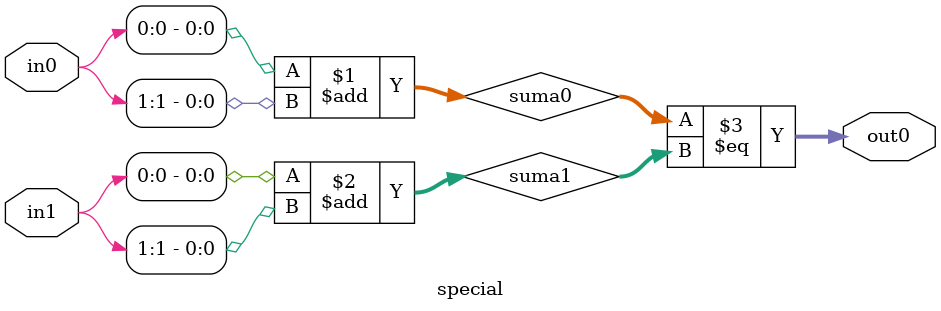
<source format=v>
module special(
    input wire [1:0]in0,
    input wire [1:0]in1,
    output wire [1:0]out0
    );
    
    wire [1:0]suma0;
    wire [1:0]suma1;
    assign suma0=in0[0]+in0[1];
    assign suma1=in1[0]+in1[1];
    assign out0 = (suma0==suma1);
endmodule

</source>
